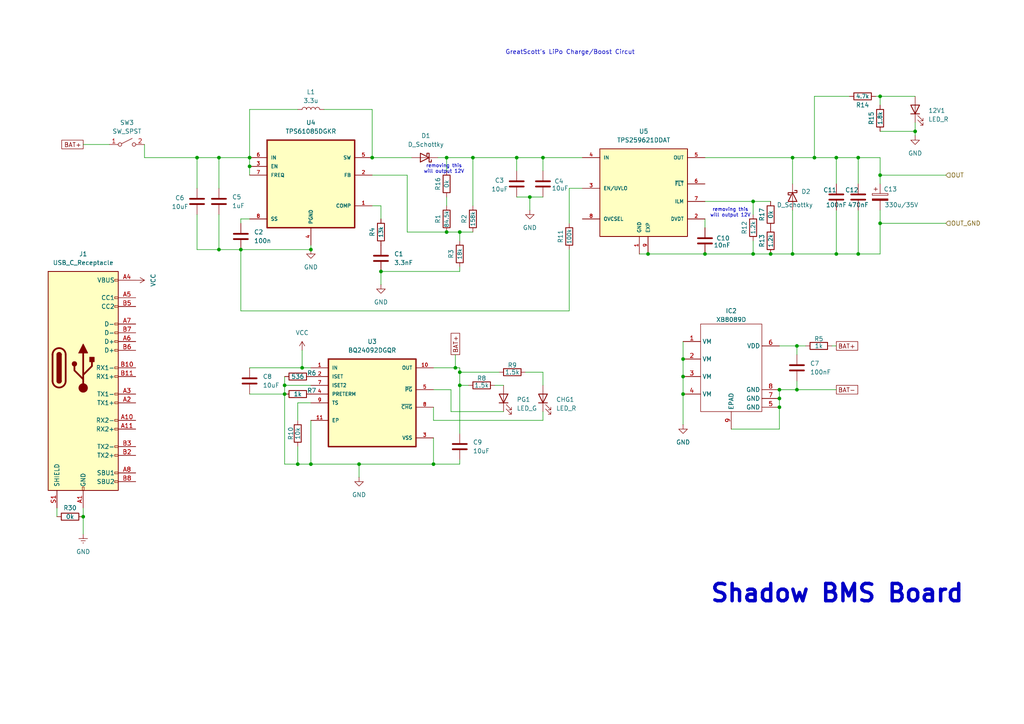
<source format=kicad_sch>
(kicad_sch (version 20231120) (generator "eeschema") (generator_version "8.0")
  (paper "A4")
  (title_block (title "Shadow") (date "2025-01-05") (rev "0.1") (company "York Mills Collegiate Institute") (comment 1 "Shenanigans are afoot :)"))
  (lib_symbols
    (symbol "BQ24092DGQR:BQ24092DGQR" (pin_names (offset 1.016))
      (property "Reference" "U3" (at 0 17.78 0))
      (property "Value" "BQ24092DGQR" (at 0 15.24 0))
      (symbol "BQ24092DGQR_0_0"
        (rectangle (start -12.7 -12.7) (end 12.7 12.7) (stroke (width 0.41)) (fill (type background)))
        (pin input line (at -17.78 10.16 0) (length 5.08) (name "IN") (number "1"))
        (pin output line (at 17.78 10.16 180) (length 5.08) (name "OUT") (number "10"))
        (pin bidirectional line (at -17.78 -5.08 0) (length 5.08) (name "EP") (number "11"))
        (pin input line (at -17.78 7.62 0) (length 5.08) (name "ISET") (number "2"))
        (pin power_in line (at 17.78 -10.16 180) (length 5.08) (name "VSS") (number "3"))
        (pin input line (at -17.78 2.54 0) (length 5.08) (name "PRETERM") (number "4"))
        (pin output line (at 17.78 3.81 180) (length 5.08) (name "~{PG}") (number "5"))
        (pin input line (at -17.78 5.08 0) (length 5.08) (name "ISET2") (number "7"))
        (pin output line (at 17.78 -1.27 180) (length 5.08) (name "~{CHG}") (number "8"))
        (pin input line (at -17.78 0 0) (length 5.08) (name "TS") (number "9"))
      )
    )
    (symbol "Connector:USB_C_Receptacle" (pin_names (offset 1.016))
      (property "Reference" "J" (at -10.16 29.21 0))
      (property "Value" "USB_C_Receptacle" (at 10.16 29.21 0))
      (symbol "USB_C_Receptacle_0_0"
        (rectangle (start -0.254 -35.56) (end 0.254 -34.544))
        (rectangle (start 10.16 -32.766) (end 9.144 -33.274))
        (rectangle (start 10.16 -30.226) (end 9.144 -30.734))
        (rectangle (start 10.16 -25.146) (end 9.144 -25.654))
        (rectangle (start 10.16 -22.606) (end 9.144 -23.114))
        (rectangle (start 10.16 -17.526) (end 9.144 -18.034))
        (rectangle (start 10.16 -14.986) (end 9.144 -15.494))
        (rectangle (start 10.16 -9.906) (end 9.144 -10.414))
        (rectangle (start 10.16 -7.366) (end 9.144 -7.874))
        (rectangle (start 10.16 -2.286) (end 9.144 -2.794))
        (rectangle (start 10.16 0.254) (end 9.144 -0.254))
        (rectangle (start 10.16 5.334) (end 9.144 4.826))
        (rectangle (start 10.16 7.874) (end 9.144 7.366))
        (rectangle (start 10.16 10.414) (end 9.144 9.906))
        (rectangle (start 10.16 12.954) (end 9.144 12.446))
        (rectangle (start 10.16 18.034) (end 9.144 17.526))
        (rectangle (start 10.16 20.574) (end 9.144 20.066))
        (rectangle (start 10.16 25.654) (end 9.144 25.146))
      )
      (symbol "USB_C_Receptacle_0_1"
        (rectangle (start -10.16 27.94) (end 10.16 -35.56) (stroke (width 0.254)) (fill (type background)))
        (arc (start -8.89 -3.81) (mid -6.985 -5.7067) (end -5.08 -3.81) (stroke (width 0.508)))
        (arc (start -7.62 -3.81) (mid -6.985 -4.4423) (end -6.35 -3.81) (stroke (width 0.254)))
        (arc (start -7.62 -3.81) (mid -6.985 -4.4423) (end -6.35 -3.81) (stroke (width 0.254)) (fill (type outline)))
        (rectangle (start -7.62 -3.81) (end -6.35 3.81) (stroke (width 0.254)) (fill (type outline)))
        (arc (start -6.35 3.81) (mid -6.985 4.4423) (end -7.62 3.81) (stroke (width 0.254)))
        (arc (start -6.35 3.81) (mid -6.985 4.4423) (end -7.62 3.81) (stroke (width 0.254)) (fill (type outline)))
        (arc (start -5.08 3.81) (mid -6.985 5.7067) (end -8.89 3.81) (stroke (width 0.508)))
        (polyline (pts (xy -8.89 -3.81) (xy -8.89 3.81)) (stroke (width 0.508)))
        (polyline (pts (xy -5.08 3.81) (xy -5.08 -3.81)) (stroke (width 0.508)))
      )
      (symbol "USB_C_Receptacle_1_1"
        (circle (center -2.54 1.143) (radius 0.635) (stroke (width 0.254)) (fill (type outline)))
        (circle (center 0 -5.842) (radius 1.27) (fill (type outline)))
        (polyline (pts (xy 0 -5.842) (xy 0 4.318)) (stroke (width 0.508)))
        (polyline (pts (xy 0 -3.302) (xy -2.54 -0.762) (xy -2.54 0.508)) (stroke (width 0.508)))
        (polyline (pts (xy 0 -2.032) (xy 2.54 0.508) (xy 2.54 1.778)) (stroke (width 0.508)))
        (polyline (pts (xy -1.27 4.318) (xy 0 6.858) (xy 1.27 4.318) (xy -1.27 4.318)) (stroke (width 0.254)) (fill (type outline)))
        (rectangle (start 1.905 1.778) (end 3.175 3.048) (stroke (width 0.254)) (fill (type outline)))
        (pin passive line (at 0 -40.64 90) (length 5.08) (name "GND") (number "A1"))
        (pin bidirectional line (at 15.24 -15.24 180) (length 5.08) (name "RX2-") (number "A10"))
        (pin bidirectional line (at 15.24 -17.78 180) (length 5.08) (name "RX2+") (number "A11"))
        (pin passive line (at 0 -40.64 90) (length 5.08) hide (name "GND") (number "A12"))
        (pin bidirectional line (at 15.24 -10.16 180) (length 5.08) (name "TX1+") (number "A2"))
        (pin bidirectional line (at 15.24 -7.62 180) (length 5.08) (name "TX1-") (number "A3"))
        (pin passive line (at 15.24 25.4 180) (length 5.08) (name "VBUS") (number "A4"))
        (pin bidirectional line (at 15.24 20.32 180) (length 5.08) (name "CC1") (number "A5"))
        (pin bidirectional line (at 15.24 7.62 180) (length 5.08) (name "D+") (number "A6"))
        (pin bidirectional line (at 15.24 12.7 180) (length 5.08) (name "D-") (number "A7"))
        (pin bidirectional line (at 15.24 -30.48 180) (length 5.08) (name "SBU1") (number "A8"))
        (pin passive line (at 15.24 25.4 180) (length 5.08) hide (name "VBUS") (number "A9"))
        (pin passive line (at 0 -40.64 90) (length 5.08) hide (name "GND") (number "B1"))
        (pin bidirectional line (at 15.24 0 180) (length 5.08) (name "RX1-") (number "B10"))
        (pin bidirectional line (at 15.24 -2.54 180) (length 5.08) (name "RX1+") (number "B11"))
        (pin passive line (at 0 -40.64 90) (length 5.08) hide (name "GND") (number "B12"))
        (pin bidirectional line (at 15.24 -25.4 180) (length 5.08) (name "TX2+") (number "B2"))
        (pin bidirectional line (at 15.24 -22.86 180) (length 5.08) (name "TX2-") (number "B3"))
        (pin passive line (at 15.24 25.4 180) (length 5.08) hide (name "VBUS") (number "B4"))
        (pin bidirectional line (at 15.24 17.78 180) (length 5.08) (name "CC2") (number "B5"))
        (pin bidirectional line (at 15.24 5.08 180) (length 5.08) (name "D+") (number "B6"))
        (pin bidirectional line (at 15.24 10.16 180) (length 5.08) (name "D-") (number "B7"))
        (pin bidirectional line (at 15.24 -33.02 180) (length 5.08) (name "SBU2") (number "B8"))
        (pin passive line (at 15.24 25.4 180) (length 5.08) hide (name "VBUS") (number "B9"))
        (pin passive line (at -7.62 -40.64 90) (length 5.08) (name "SHIELD") (number "S1"))
      )
    )
    (symbol "Device:C" (pin_numbers hide) (pin_names (offset 0.254))
      (property "Reference" "C" (at 0.635 2.54 0))
      (property "Value" "C" (at 0.635 -2.54 0))
      (symbol "C_0_1"
        (polyline (pts (xy -2.032 -0.762) (xy 2.032 -0.762)) (stroke (width 0.508)))
        (polyline (pts (xy -2.032 0.762) (xy 2.032 0.762)) (stroke (width 0.508)))
      )
      (symbol "C_1_1"
        (pin passive line (at 0 3.81 270) (length 2.794) (name "~") (number "1"))
        (pin passive line (at 0 -3.81 90) (length 2.794) (name "~") (number "2"))
      )
    )
    (symbol "Device:C_Polarized" (pin_numbers hide) (pin_names (offset 0.254))
      (property "Reference" "C" (at 0.635 2.54 0))
      (property "Value" "C_Polarized" (at 0.635 -2.54 0))
      (symbol "C_Polarized_0_1"
        (rectangle (start -2.286 0.508) (end 2.286 1.016))
        (polyline (pts (xy -1.778 2.286) (xy -0.762 2.286)))
        (polyline (pts (xy -1.27 2.794) (xy -1.27 1.778)))
        (rectangle (start 2.286 -0.508) (end -2.286 -1.016) (fill (type outline)))
      )
      (symbol "C_Polarized_1_1"
        (pin passive line (at 0 3.81 270) (length 2.794) (name "~") (number "1"))
        (pin passive line (at 0 -3.81 90) (length 2.794) (name "~") (number "2"))
      )
    )
    (symbol "Device:D_Schottky" (pin_numbers hide) (pin_names (offset 1.016) hide)
      (property "Reference" "D" (at 0 2.54 0))
      (property "Value" "D_Schottky" (at 0 -2.54 0))
      (symbol "D_Schottky_0_1"
        (polyline (pts (xy 1.27 0) (xy -1.27 0)))
        (polyline (pts (xy 1.27 1.27) (xy 1.27 -1.27) (xy -1.27 0) (xy 1.27 1.27)) (stroke (width 0.254)))
        (polyline (pts (xy -1.905 0.635) (xy -1.905 1.27) (xy -1.27 1.27) (xy -1.27 -1.27) (xy -0.635 -1.27) (xy -0.635 -0.635)) (stroke (width 0.254)))
      )
      (symbol "D_Schottky_1_1"
        (pin passive line (at -3.81 0 0) (length 2.54) (name "K") (number "1"))
        (pin passive line (at 3.81 0 180) (length 2.54) (name "A") (number "2"))
      )
    )
    (symbol "Device:L" (pin_numbers hide) (pin_names (offset 1.016) hide)
      (property "Reference" "L" (at -1.27 0 90))
      (property "Value" "L" (at 1.905 0 90))
      (symbol "L_0_1"
        (arc (start 0 -2.54) (mid 0.6323 -1.905) (end 0 -1.27))
        (arc (start 0 -1.27) (mid 0.6323 -0.635) (end 0 0))
        (arc (start 0 0) (mid 0.6323 0.635) (end 0 1.27))
        (arc (start 0 1.27) (mid 0.6323 1.905) (end 0 2.54))
      )
      (symbol "L_1_1"
        (pin passive line (at 0 3.81 270) (length 1.27) (name "1") (number "1"))
        (pin passive line (at 0 -3.81 90) (length 1.27) (name "2") (number "2"))
      )
    )
    (symbol "Device:LED" (pin_numbers hide) (pin_names (offset 1.016) hide)
      (property "Reference" "D" (at 0 2.54 0))
      (property "Value" "LED" (at 0 -2.54 0))
      (symbol "LED_0_1"
        (polyline (pts (xy -1.27 -1.27) (xy -1.27 1.27)) (stroke (width 0.254)))
        (polyline (pts (xy -1.27 0) (xy 1.27 0)))
        (polyline (pts (xy 1.27 -1.27) (xy 1.27 1.27) (xy -1.27 0) (xy 1.27 -1.27)) (stroke (width 0.254)))
        (polyline (pts (xy -3.048 -0.762) (xy -4.572 -2.286) (xy -3.81 -2.286) (xy -4.572 -2.286) (xy -4.572 -1.524)))
        (polyline (pts (xy -1.778 -0.762) (xy -3.302 -2.286) (xy -2.54 -2.286) (xy -3.302 -2.286) (xy -3.302 -1.524)))
      )
      (symbol "LED_1_1"
        (pin passive line (at -3.81 0 0) (length 2.54) (name "K") (number "1"))
        (pin passive line (at 3.81 0 180) (length 2.54) (name "A") (number "2"))
      )
    )
    (symbol "Device:R" (pin_numbers hide) (pin_names (offset 0))
      (property "Reference" "R" (at 2.032 0 90))
      (property "Value" "R" (at 0 0 90))
      (symbol "R_0_1"
        (rectangle (start -1.016 -2.54) (end 1.016 2.54) (stroke (width 0.254)))
      )
      (symbol "R_1_1"
        (pin passive line (at 0 3.81 270) (length 1.27) (name "~") (number "1"))
        (pin passive line (at 0 -3.81 90) (length 1.27) (name "~") (number "2"))
      )
    )
    (symbol "ProLib_pcs_2025-01-25:XB8089D"
      (property "Reference" "IC2" (at 0 16.51 0))
      (property "Value" "XB8089D" (at 0 13.97 0))
      (symbol "XB8089D_1_0"
        (rectangle (start -8.89 -12.7) (end 8.89 12.7))
        (pin unspecified line (at -13.97 7.62 0) (length 5.08) (name "VM") (number "1"))
        (pin unspecified line (at -13.97 2.54 0) (length 5.08) (name "VM") (number "2"))
        (pin unspecified line (at -13.97 -2.54 0) (length 5.08) (name "VM") (number "3"))
        (pin unspecified line (at -13.97 -7.62 0) (length 5.08) (name "VM") (number "4"))
        (pin unspecified line (at 13.97 -11.43 180) (length 5.08) (name "GND") (number "5"))
        (pin unspecified line (at 13.97 6.35 180) (length 5.08) (name "VDD") (number "6"))
        (pin unspecified line (at 13.97 -8.89 180) (length 5.08) (name "GND") (number "7"))
        (pin unspecified line (at 13.97 -6.35 180) (length 5.08) (name "GND") (number "8"))
        (pin unspecified line (at 0 -17.78 90) (length 5.08) (name "EPAD") (number "9"))
      )
    )
    (symbol "Switch:SW_SPST" (pin_names (offset 0) hide)
      (property "Reference" "SW" (at 0 3.175 0))
      (property "Value" "SW_SPST" (at 0 -2.54 0))
      (symbol "SW_SPST_0_0"
        (circle (center -2.032 0) (radius 0.508))
        (polyline (pts (xy -1.524 0.254) (xy 1.524 1.778)))
        (circle (center 2.032 0) (radius 0.508))
      )
      (symbol "SW_SPST_1_1"
        (pin passive line (at -5.08 0 0) (length 2.54) (name "A") (number "1"))
        (pin passive line (at 5.08 0 180) (length 2.54) (name "B") (number "2"))
      )
    )
    (symbol "TPS259621DDAT:TPS259621DDAT" (pin_names (offset 1.016))
      (property "Reference" "U5" (at 0 17.78 0))
      (property "Value" "TPS259621DDAT" (at 0 15.24 0))
      (symbol "TPS259621DDAT_0_0"
        (rectangle (start -12.7 -12.7) (end 12.7 12.7) (stroke (width 0.254)) (fill (type background)))
        (pin power_in line (at -1.27 -17.78 90) (length 5.08) (name "GND") (number "1"))
        (pin output line (at 17.78 -7.62 180) (length 5.08) (name "DVDT") (number "2"))
        (pin input line (at -17.78 1.27 0) (length 5.08) (name "EN/UVLO") (number "3"))
        (pin input line (at -17.78 10.16 0) (length 5.08) (name "IN") (number "4"))
        (pin output line (at 17.78 10.16 180) (length 5.08) (name "OUT") (number "5"))
        (pin output line (at 17.78 2.54 180) (length 5.08) (name "~{FLT}") (number "6"))
        (pin output line (at 17.78 -2.54 180) (length 5.08) (name "ILM") (number "7"))
        (pin input line (at -17.78 -7.62 0) (length 5.08) (name "OVCSEL") (number "8"))
        (pin power_in line (at 1.27 -17.78 90) (length 5.08) (name "EXP") (number "9"))
      )
    )
    (symbol "TPS61085DGKR:TPS61085DGKR" (pin_names (offset 1.016))
      (property "Reference" "U4" (at 0 17.78 0))
      (property "Value" "TPS61085DGKR" (at 0 15.24 0))
      (symbol "TPS61085DGKR_0_0"
        (rectangle (start -12.7 12.7) (end 12.7 -12.7) (stroke (width 0.41)) (fill (type background)))
        (pin bidirectional line (at 17.78 -6.35 180) (length 5.08) (name "COMP") (number "1"))
        (pin input line (at 17.78 2.54 180) (length 5.08) (name "FB") (number "2"))
        (pin input line (at -17.78 5.08 0) (length 5.08) (name "EN") (number "3"))
        (pin power_in line (at 0 -17.78 90) (length 5.08) (name "PGND") (number "4"))
        (pin input line (at 17.78 7.62 180) (length 5.08) (name "SW") (number "5"))
        (pin input line (at -17.78 7.62 0) (length 5.08) (name "IN") (number "6"))
        (pin input line (at -17.78 2.54 0) (length 5.08) (name "FREQ") (number "7"))
        (pin output line (at -17.78 -10.16 0) (length 5.08) (name "SS") (number "8"))
      )
    )
    (symbol "power:Earth" (power) (pin_numbers hide) (pin_names (offset 0) hide)
      (property "Value" "Earth" (at 0 -3.81 0))
      (symbol "Earth_0_1"
        (polyline (pts (xy -0.635 -1.905) (xy 0.635 -1.905)))
        (polyline (pts (xy -0.127 -2.54) (xy 0.127 -2.54)))
        (polyline (pts (xy 0 -1.27) (xy 0 0)))
        (polyline (pts (xy 1.27 -1.27) (xy -1.27 -1.27)))
      )
      (symbol "Earth_1_1"
        (pin power_in line (at 0 0 270) (length 0) (name "~") (number "1"))
      )
    )
    (symbol "power:GND" (power) (pin_numbers hide) (pin_names (offset 0) hide)
      (property "Value" "GND" (at 0 -3.81 0))
      (symbol "GND_0_1"
        (polyline (pts (xy 0 0) (xy 0 -1.27) (xy 1.27 -1.27) (xy 0 -2.54) (xy -1.27 -1.27) (xy 0 -1.27)))
      )
      (symbol "GND_1_1"
        (pin power_in line (at 0 0 270) (length 0) (name "~") (number "1"))
      )
    )
    (symbol "power:VCC" (power) (pin_numbers hide) (pin_names (offset 0) hide)
      (property "Value" "VCC" (at 0 3.556 0))
      (symbol "VCC_0_1"
        (polyline (pts (xy -0.762 1.27) (xy 0 2.54)))
        (polyline (pts (xy 0 0) (xy 0 2.54)))
        (polyline (pts (xy 0 2.54) (xy 0.762 1.27)))
      )
      (symbol "VCC_1_1"
        (pin power_in line (at 0 0 90) (length 0) (name "~") (number "1"))
      )
    )
  )
  (junction (at 231.14 113.03))
  (junction (at 157.48 45.72))
  (junction (at 187.96 73.66))
  (junction (at 198.12 109.22))
  (junction (at 132.08 106.68))
  (junction (at 229.87 73.66))
  (junction (at 218.44 73.66))
  (junction (at 149.86 45.72))
  (junction (at 90.17 134.62))
  (junction (at 72.39 48.26))
  (junction (at 133.35 111.76))
  (junction (at 87.63 106.68))
  (junction (at 82.55 114.3))
  (junction (at 229.87 45.72))
  (junction (at 226.06 113.03))
  (junction (at 63.5 72.39))
  (junction (at 198.12 104.14))
  (junction (at 137.16 45.72))
  (junction (at 86.36 134.62))
  (junction (at 133.35 67.31))
  (junction (at 110.49 78.74))
  (junction (at 69.85 72.39))
  (junction (at 226.06 115.57))
  (junction (at 236.22 45.72))
  (junction (at 153.67 57.15))
  (junction (at 107.95 45.72))
  (junction (at 255.27 50.8))
  (junction (at 63.5 45.72))
  (junction (at 129.54 45.72))
  (junction (at 265.43 38.1))
  (junction (at 218.44 58.42))
  (junction (at 248.92 45.72))
  (junction (at 255.27 27.94))
  (junction (at 242.57 45.72))
  (junction (at 82.55 111.76))
  (junction (at 24.13 149.86))
  (junction (at 248.92 73.66))
  (junction (at 223.52 73.66))
  (junction (at 72.39 45.72))
  (junction (at 242.57 73.66))
  (junction (at 57.15 45.72))
  (junction (at 231.14 100.33))
  (junction (at 204.47 73.66))
  (junction (at 104.14 134.62))
  (junction (at 133.35 107.95))
  (junction (at 226.06 118.11))
  (junction (at 129.54 67.31))
  (junction (at 90.17 72.39))
  (junction (at 125.73 134.62))
  (junction (at 255.27 64.77))
  (junction (at 198.12 114.3))
  (wire (pts (xy 63.5 62.23) (xy 63.5 72.39)))
  (wire (pts (xy 255.27 50.8) (xy 255.27 53.34)))
  (wire (pts (xy 248.92 53.34) (xy 248.92 45.72)))
  (wire (pts (xy 204.47 58.42) (xy 218.44 58.42)))
  (wire (pts (xy 127 45.72) (xy 129.54 45.72)))
  (wire (pts (xy 153.67 57.15) (xy 153.67 60.96)))
  (wire (pts (xy 265.43 39.37) (xy 265.43 38.1)))
  (wire (pts (xy 229.87 53.34) (xy 229.87 45.72)))
  (wire (pts (xy 69.85 63.5) (xy 69.85 64.77)))
  (wire (pts (xy 87.63 106.68) (xy 90.17 106.68)))
  (wire (pts (xy 133.35 133.35) (xy 133.35 134.62)))
  (wire (pts (xy 107.95 50.8) (xy 118.11 50.8)))
  (wire (pts (xy 165.1 54.61) (xy 165.1 64.77)))
  (wire (pts (xy 231.14 100.33) (xy 233.68 100.33)))
  (wire (pts (xy 107.95 59.69) (xy 110.49 59.69)))
  (wire (pts (xy 231.14 110.49) (xy 231.14 113.03)))
  (wire (pts (xy 129.54 67.31) (xy 133.35 67.31)))
  (wire (pts (xy 104.14 138.43) (xy 104.14 134.62)))
  (wire (pts (xy 198.12 104.14) (xy 198.12 109.22)))
  (wire (pts (xy 129.54 45.72) (xy 129.54 49.53)))
  (wire (pts (xy 125.73 106.68) (xy 132.08 106.68)))
  (wire (pts (xy 125.73 127) (xy 125.73 134.62)))
  (wire (pts (xy 168.91 45.72) (xy 157.48 45.72)))
  (wire (pts (xy 242.57 53.34) (xy 242.57 45.72)))
  (wire (pts (xy 72.39 31.75) (xy 72.39 45.72)))
  (wire (pts (xy 187.96 73.66) (xy 204.47 73.66)))
  (wire (pts (xy 86.36 116.84) (xy 86.36 121.92)))
  (wire (pts (xy 16.51 147.32) (xy 16.51 149.86)))
  (wire (pts (xy 82.55 114.3) (xy 72.39 114.3)))
  (wire (pts (xy 69.85 72.39) (xy 90.17 72.39)))
  (wire (pts (xy 149.86 57.15) (xy 153.67 57.15)))
  (wire (pts (xy 165.1 72.39) (xy 165.1 90.17)))
  (wire (pts (xy 24.13 149.86) (xy 24.13 154.94)))
  (wire (pts (xy 157.48 45.72) (xy 149.86 45.72)))
  (wire (pts (xy 133.35 107.95) (xy 133.35 111.76)))
  (wire (pts (xy 41.91 41.91) (xy 41.91 45.72)))
  (wire (pts (xy 137.16 45.72) (xy 129.54 45.72)))
  (wire (pts (xy 133.35 78.74) (xy 133.35 77.47)))
  (wire (pts (xy 229.87 45.72) (xy 204.47 45.72)))
  (wire (pts (xy 254 27.94) (xy 255.27 27.94)))
  (wire (pts (xy 133.35 107.95) (xy 133.35 106.68)))
  (wire (pts (xy 41.91 45.72) (xy 57.15 45.72)))
  (wire (pts (xy 57.15 62.23) (xy 57.15 72.39)))
  (wire (pts (xy 236.22 45.72) (xy 229.87 45.72)))
  (wire (pts (xy 255.27 38.1) (xy 265.43 38.1)))
  (wire (pts (xy 82.55 111.76) (xy 82.55 114.3)))
  (wire (pts (xy 63.5 45.72) (xy 63.5 54.61)))
  (wire (pts (xy 265.43 35.56) (xy 265.43 38.1)))
  (wire (pts (xy 255.27 64.77) (xy 255.27 73.66)))
  (wire (pts (xy 133.35 67.31) (xy 137.16 67.31)))
  (wire (pts (xy 226.06 115.57) (xy 226.06 118.11)))
  (wire (pts (xy 72.39 48.26) (xy 72.39 50.8)))
  (wire (pts (xy 130.81 119.38) (xy 130.81 113.03)))
  (wire (pts (xy 149.86 45.72) (xy 137.16 45.72)))
  (wire (pts (xy 135.89 111.76) (xy 133.35 111.76)))
  (wire (pts (xy 72.39 45.72) (xy 72.39 48.26)))
  (wire (pts (xy 246.38 27.94) (xy 236.22 27.94)))
  (wire (pts (xy 255.27 45.72) (xy 255.27 50.8)))
  (wire (pts (xy 218.44 62.23) (xy 218.44 58.42)))
  (wire (pts (xy 204.47 73.66) (xy 218.44 73.66)))
  (wire (pts (xy 198.12 123.19) (xy 198.12 114.3)))
  (wire (pts (xy 248.92 60.96) (xy 248.92 73.66)))
  (wire (pts (xy 107.95 45.72) (xy 119.38 45.72)))
  (wire (pts (xy 198.12 109.22) (xy 198.12 114.3)))
  (wire (pts (xy 226.06 124.46) (xy 226.06 118.11)))
  (wire (pts (xy 57.15 45.72) (xy 57.15 54.61)))
  (wire (pts (xy 229.87 60.96) (xy 229.87 73.66)))
  (wire (pts (xy 69.85 90.17) (xy 69.85 72.39)))
  (wire (pts (xy 118.11 50.8) (xy 118.11 67.31)))
  (wire (pts (xy 218.44 73.66) (xy 223.52 73.66)))
  (wire (pts (xy 133.35 106.68) (xy 132.08 106.68)))
  (wire (pts (xy 90.17 116.84) (xy 86.36 116.84)))
  (wire (pts (xy 86.36 31.75) (xy 72.39 31.75)))
  (wire (pts (xy 152.4 107.95) (xy 157.48 107.95)))
  (wire (pts (xy 157.48 107.95) (xy 157.48 111.76)))
  (wire (pts (xy 144.78 107.95) (xy 133.35 107.95)))
  (wire (pts (xy 274.32 50.8) (xy 255.27 50.8)))
  (wire (pts (xy 90.17 121.92) (xy 90.17 134.62)))
  (wire (pts (xy 82.55 109.22) (xy 82.55 111.76)))
  (wire (pts (xy 242.57 45.72) (xy 236.22 45.72)))
  (wire (pts (xy 168.91 54.61) (xy 165.1 54.61)))
  (wire (pts (xy 24.13 147.32) (xy 24.13 149.86)))
  (wire (pts (xy 132.08 106.68) (xy 132.08 102.87)))
  (wire (pts (xy 125.73 121.92) (xy 125.73 118.11)))
  (wire (pts (xy 137.16 45.72) (xy 137.16 59.69)))
  (wire (pts (xy 90.17 134.62) (xy 86.36 134.62)))
  (wire (pts (xy 118.11 67.31) (xy 129.54 67.31)))
  (wire (pts (xy 143.51 111.76) (xy 146.05 111.76)))
  (wire (pts (xy 242.57 73.66) (xy 248.92 73.66)))
  (wire (pts (xy 229.87 73.66) (xy 223.52 73.66)))
  (wire (pts (xy 86.36 134.62) (xy 82.55 134.62)))
  (wire (pts (xy 248.92 73.66) (xy 255.27 73.66)))
  (wire (pts (xy 242.57 113.03) (xy 231.14 113.03)))
  (wire (pts (xy 212.09 124.46) (xy 226.06 124.46)))
  (wire (pts (xy 231.14 113.03) (xy 226.06 113.03)))
  (wire (pts (xy 133.35 67.31) (xy 133.35 69.85)))
  (wire (pts (xy 57.15 45.72) (xy 63.5 45.72)))
  (wire (pts (xy 90.17 72.39) (xy 90.17 71.12)))
  (wire (pts (xy 93.98 31.75) (xy 107.95 31.75)))
  (wire (pts (xy 153.67 57.15) (xy 157.48 57.15)))
  (wire (pts (xy 157.48 121.92) (xy 157.48 119.38)))
  (wire (pts (xy 82.55 134.62) (xy 82.55 114.3)))
  (wire (pts (xy 110.49 59.69) (xy 110.49 63.5)))
  (wire (pts (xy 157.48 45.72) (xy 157.48 49.53)))
  (wire (pts (xy 57.15 72.39) (xy 63.5 72.39)))
  (wire (pts (xy 231.14 100.33) (xy 231.14 102.87)))
  (wire (pts (xy 104.14 134.62) (xy 90.17 134.62)))
  (wire (pts (xy 157.48 121.92) (xy 125.73 121.92)))
  (wire (pts (xy 218.44 58.42) (xy 223.52 58.42)))
  (wire (pts (xy 204.47 63.5) (xy 204.47 66.04)))
  (wire (pts (xy 274.32 64.77) (xy 255.27 64.77)))
  (wire (pts (xy 255.27 45.72) (xy 248.92 45.72)))
  (wire (pts (xy 86.36 129.54) (xy 86.36 134.62)))
  (wire (pts (xy 146.05 119.38) (xy 130.81 119.38)))
  (wire (pts (xy 130.81 113.03) (xy 125.73 113.03)))
  (wire (pts (xy 255.27 27.94) (xy 265.43 27.94)))
  (wire (pts (xy 110.49 78.74) (xy 133.35 78.74)))
  (wire (pts (xy 218.44 69.85) (xy 218.44 73.66)))
  (wire (pts (xy 241.3 100.33) (xy 242.57 100.33)))
  (wire (pts (xy 24.13 41.91) (xy 31.75 41.91)))
  (wire (pts (xy 87.63 101.6) (xy 87.63 106.68)))
  (wire (pts (xy 149.86 45.72) (xy 149.86 49.53)))
  (wire (pts (xy 63.5 45.72) (xy 72.39 45.72)))
  (wire (pts (xy 110.49 78.74) (xy 110.49 82.55)))
  (wire (pts (xy 104.14 134.62) (xy 125.73 134.62)))
  (wire (pts (xy 229.87 73.66) (xy 242.57 73.66)))
  (wire (pts (xy 185.42 73.66) (xy 187.96 73.66)))
  (wire (pts (xy 125.73 134.62) (xy 133.35 134.62)))
  (wire (pts (xy 255.27 27.94) (xy 255.27 30.48)))
  (wire (pts (xy 226.06 113.03) (xy 226.06 115.57)))
  (wire (pts (xy 255.27 60.96) (xy 255.27 64.77)))
  (wire (pts (xy 72.39 106.68) (xy 87.63 106.68)))
  (wire (pts (xy 198.12 99.06) (xy 198.12 104.14)))
  (wire (pts (xy 226.06 100.33) (xy 231.14 100.33)))
  (wire (pts (xy 129.54 57.15) (xy 129.54 59.69)))
  (wire (pts (xy 242.57 60.96) (xy 242.57 73.66)))
  (wire (pts (xy 90.17 111.76) (xy 82.55 111.76)))
  (wire (pts (xy 165.1 90.17) (xy 69.85 90.17)))
  (wire (pts (xy 133.35 111.76) (xy 133.35 125.73)))
  (wire (pts (xy 248.92 45.72) (xy 242.57 45.72)))
  (wire (pts (xy 107.95 31.75) (xy 107.95 45.72)))
  (wire (pts (xy 63.5 72.39) (xy 69.85 72.39)))
  (wire (pts (xy 72.39 63.5) (xy 69.85 63.5)))
  (wire (pts (xy 236.22 27.94) (xy 236.22 45.72)))
  (text "GreatScott's LiPo Charge/Boost Circut\n" (at 165.354 15.24 0) (effects (font (size 1.27 1.27))))
  (text "Shadow BMS Board" (at 242.824 172.212 0) (effects (font (size 5 5) (thickness 1) (bold yes))))
  (text "removing this\nwill output 12V\n" (at 211.836 61.722 0) (effects (font (size 1 1))))
  (text "removing this\nwill output 12V\n" (at 128.778 49.022 0) (effects (font (size 1 1))))
  (global_label "BAT+" (shape passive) (at 242.57 100.33 0) (property "Intersheetrefs" "${INTERSHEET_REFS}" (effects (hide yes))))
  (global_label "BAT-" (shape passive) (at 242.57 113.03 0) (property "Intersheetrefs" "${INTERSHEET_REFS}" (effects (hide yes))))
  (global_label "BAT+" (shape passive) (at 24.13 41.91 180) (property "Intersheetrefs" "${INTERSHEET_REFS}" (effects (hide yes))))
  (global_label "BAT+" (shape passive) (at 132.08 102.87 90) (property "Intersheetrefs" "${INTERSHEET_REFS}" (effects (hide yes))))
  (hierarchical_label "OUT" (shape input) (at 274.32 50.8 0))
  (hierarchical_label "OUT_GND" (shape input) (at 274.32 64.77 0))
  (symbol (lib_id "Device:C") (at 248.92 57.15 0) (unit 1)
    (property "Reference" "C12" (at 245.11 55.118 0) (effects (justify left)))
    (property "Value" "470nF" (at 245.872 59.436 0) (effects (justify left)))
    (property "Footprint" "Capacitor_SMD:C_1206_3216Metric" (effects (hide yes)))
    (property "Description" "Unpolarized capacitor" (effects (hide yes)))
  )
  (symbol (lib_id "Device:C") (at 231.14 106.68 0) (unit 1)
    (property "Reference" "C7" (at 234.95 105.4099 0) (effects (justify left)))
    (property "Value" "100nF" (at 234.95 107.9499 0) (effects (justify left)))
    (property "Footprint" "Capacitor_SMD:C_1206_3216Metric" (effects (hide yes)))
    (property "Description" "Unpolarized capacitor" (effects (hide yes)))
  )
  (symbol (lib_id "Device:R") (at 223.52 69.85 180) (unit 1)
    (property "Reference" "R13" (at 220.98 69.85 90))
    (property "Value" "1.2k" (at 223.52 69.85 90) (effects (font (size 1.15 1.15))))
    (property "Footprint" "Resistor_SMD:R_0201_0603Metric" (effects (hide yes)))
    (property "Description" "Resistor" (effects (hide yes)))
  )
  (symbol (lib_id "Device:LED") (at 265.43 31.75 90) (unit 1)
    (property "Reference" "12V1" (at 269.24 32.0674 90) (effects (justify right)))
    (property "Value" "LED_R" (at 269.24 34.6074 90) (effects (justify right)))
    (property "Footprint" "LED_SMD:LED_1206_3216Metric" (effects (hide yes)))
    (property "Description" "Light emitting diode" (effects (hide yes)))
  )
  (symbol (lib_id "Device:R") (at 148.59 107.95 270) (unit 1)
    (property "Reference" "R9" (at 148.59 105.918 90))
    (property "Value" "1.5k" (at 148.59 107.95 90))
    (property "Footprint" "Resistor_SMD:R_1206_3216Metric" (effects (hide yes)))
    (property "Description" "Resistor" (effects (hide yes)))
  )
  (symbol (lib_id "Device:R") (at 250.19 27.94 270) (unit 1)
    (property "Reference" "R14" (at 250.19 30.48 90))
    (property "Value" "4.7k" (at 250.19 27.94 90) (effects (font (size 1.15 1.15))))
    (property "Footprint" "Resistor_SMD:R_0201_0603Metric" (effects (hide yes)))
    (property "Description" "Resistor" (effects (hide yes)))
  )
  (symbol (lib_id "Connector:USB_C_Receptacle") (at 24.13 106.68 0) (unit 1)
    (property "Reference" "J1" (at 24.13 73.66 0))
    (property "Value" "USB_C_Receptacle" (at 24.13 76.2 0))
    (property "Footprint" "Connector_USB:USB_C_Receptacle_GCT_USB4085" (effects (hide yes)))
    (property "Datasheet" "https://www.usb.org/sites/default/files/documents/usb_type-c.zip" (effects (hide yes)))
    (property "Description" "USB Full-Featured Type-C Receptacle connector" (effects (hide yes)))
  )
  (symbol (lib_id "Device:R") (at 255.27 34.29 180) (unit 1)
    (property "Reference" "R15" (at 252.73 34.29 90))
    (property "Value" "1.8k" (at 255.27 34.29 90) (effects (font (size 1.15 1.15))))
    (property "Footprint" "Resistor_SMD:R_0201_0603Metric" (effects (hide yes)))
    (property "Description" "Resistor" (effects (hide yes)))
  )
  (symbol (lib_id "Switch:SW_SPST") (at 36.83 41.91 0) (unit 1)
    (property "Reference" "SW3" (at 36.83 35.56 0))
    (property "Value" "SW_SPST" (at 36.83 38.1 0))
    (property "Footprint" "Button_Switch_THT:SW_DIP_SPSTx01_Slide_9.78x4.72mm_W7.62mm_P2.54mm" (effects (hide yes)))
    (property "Description" "Single Pole Single Throw (SPST) switch" (effects (hide yes)))
  )
  (symbol (lib_id "power:GND") (at 110.49 82.55 0) (unit 1)
    (property "Reference" "#PWR010" (effects (hide yes)))
    (property "Value" "GND" (at 110.49 87.63 0))
    (property "Description" "Power symbol creates a global label with name \"GND\" , ground" (effects (hide yes)))
  )
  (symbol (lib_id "Device:LED") (at 157.48 115.57 90) (unit 1)
    (property "Reference" "CHG1" (at 161.29 115.8874 90) (effects (justify right)))
    (property "Value" "LED_R" (at 161.29 118.4274 90) (effects (justify right)))
    (property "Footprint" "LED_SMD:LED_1206_3216Metric" (effects (hide yes)))
    (property "Description" "Light emitting diode" (effects (hide yes)))
  )
  (symbol (lib_id "Device:R") (at 223.52 62.23 180) (unit 1)
    (property "Reference" "R17" (at 220.98 62.23 90))
    (property "Value" "0k" (at 223.52 62.23 90))
    (property "Footprint" "Resistor_SMD:R_0201_0603Metric" (effects (hide yes)))
    (property "Description" "Resistor" (effects (hide yes)))
  )
  (symbol (lib_id "Device:C") (at 242.57 57.15 0) (unit 1)
    (property "Reference" "C11" (at 238.76 55.118 0) (effects (justify left)))
    (property "Value" "100nF" (at 239.522 59.436 0) (effects (justify left)))
    (property "Footprint" "Capacitor_SMD:C_1206_3216Metric" (effects (hide yes)))
    (property "Description" "Unpolarized capacitor" (effects (hide yes)))
  )
  (symbol (lib_id "power:Earth") (at 24.13 154.94 0) (unit 1)
    (property "Reference" "#PWR05" (effects (hide yes)))
    (property "Value" "GND" (at 24.13 160.02 0))
    (property "Description" "Power symbol creates a global label with name \"Earth\"" (effects (hide yes)))
  )
  (symbol (lib_id "power:VCC") (at 87.63 101.6 0) (unit 1)
    (property "Reference" "#PWR07" (effects (hide yes)))
    (property "Value" "VCC" (at 87.63 96.52 0))
    (property "Description" "Power symbol creates a global label with name \"VCC\"" (effects (hide yes)))
  )
  (symbol (lib_id "Device:D_Schottky") (at 123.19 45.72 180) (unit 1)
    (property "Reference" "D1" (at 123.5075 39.37 0))
    (property "Value" "D_Schottky" (at 123.5075 41.91 0))
    (property "Footprint" "Diode_SMD:D_1206_3216Metric" (effects (hide yes)))
    (property "Description" "Schottky diode" (effects (hide yes)))
  )
  (symbol (lib_id "power:GND") (at 90.17 72.39 0) (unit 1)
    (property "Reference" "#PWR09" (effects (hide yes)))
    (property "Value" "GND" (at 90.17 77.47 0))
    (property "Description" "Power symbol creates a global label with name \"GND\" , ground" (effects (hide yes)))
  )
  (symbol (lib_id "Device:L") (at 90.17 31.75 90) (unit 1)
    (property "Reference" "L1" (at 90.17 26.67 90))
    (property "Value" "3.3u" (at 90.17 29.21 90))
    (property "Footprint" "Inductor_SMD:L_7.3x7.3_H4.5" (effects (hide yes)))
    (property "Description" "Inductor" (effects (hide yes)))
  )
  (symbol (lib_id "Device:R") (at 86.36 114.3 270) (unit 1)
    (property "Reference" "R7" (at 90.424 113.284 90))
    (property "Value" "1k" (at 86.36 114.3 90))
    (property "Footprint" "Resistor_SMD:R_1206_3216Metric" (effects (hide yes)))
    (property "Description" "Resistor" (effects (hide yes)))
  )
  (symbol (lib_id "Device:C") (at 157.48 53.34 0) (unit 1)
    (property "Reference" "C4" (at 160.782 52.578 0) (effects (justify left)))
    (property "Value" "10uF" (at 160.02 54.61 0) (effects (justify left)))
    (property "Footprint" "Capacitor_SMD:C_1206_3216Metric" (effects (hide yes)))
    (property "Description" "Unpolarized capacitor" (effects (hide yes)))
  )
  (symbol (lib_id "Device:R") (at 133.35 73.66 180) (unit 1)
    (property "Reference" "R3" (at 130.81 73.66 90))
    (property "Value" "18k" (at 133.35 73.66 90) (effects (font (size 1.15 1.15))))
    (property "Footprint" "Resistor_SMD:R_0201_0603Metric" (effects (hide yes)))
    (property "Description" "Resistor" (effects (hide yes)))
  )
  (symbol (lib_id "Device:R") (at 20.32 149.86 90) (unit 1)
    (property "Reference" "R30" (at 20.32 147.32 90))
    (property "Value" "0k" (at 20.32 149.86 90))
    (property "Footprint" "Resistor_SMD:R_0201_0603Metric" (effects (hide yes)))
    (property "Description" "Resistor" (effects (hide yes)))
  )
  (symbol (lib_id "Device:C") (at 69.85 68.58 0) (unit 1)
    (property "Reference" "C2" (at 73.66 67.3099 0) (effects (justify left)))
    (property "Value" "100n" (at 73.66 69.8499 0) (effects (justify left)))
    (property "Footprint" "Capacitor_SMD:C_1206_3216Metric" (effects (hide yes)))
    (property "Description" "Unpolarized capacitor" (effects (hide yes)))
  )
  (symbol (lib_id "Device:C") (at 63.5 58.42 0) (unit 1)
    (property "Reference" "C5" (at 67.31 57.1499 0) (effects (justify left)))
    (property "Value" "1uF" (at 67.31 59.6899 0) (effects (justify left)))
    (property "Footprint" "Capacitor_SMD:C_1206_3216Metric" (effects (hide yes)))
    (property "Description" "Unpolarized capacitor" (effects (hide yes)))
  )
  (symbol (lib_id "Device:C") (at 72.39 110.49 0) (unit 1)
    (property "Reference" "C8" (at 76.2 109.2199 0) (effects (justify left)))
    (property "Value" "10uF" (at 76.2 111.7599 0) (effects (justify left)))
    (property "Footprint" "Capacitor_SMD:C_1206_3216Metric" (effects (hide yes)))
    (property "Description" "Unpolarized capacitor" (effects (hide yes)))
  )
  (symbol (lib_id "Device:R") (at 137.16 63.5 180) (unit 1)
    (property "Reference" "R2" (at 134.62 63.5 90))
    (property "Value" "158k" (at 137.16 63.5 90) (effects (font (size 1.15 1.15))))
    (property "Footprint" "Resistor_SMD:R_0201_0603Metric" (effects (hide yes)))
    (property "Description" "Resistor" (effects (hide yes)))
  )
  (symbol (lib_id "Device:LED") (at 146.05 115.57 90) (unit 1)
    (property "Reference" "PG1" (at 149.86 115.8874 90) (effects (justify right)))
    (property "Value" "LED_G" (at 149.86 118.4274 90) (effects (justify right)))
    (property "Footprint" "LED_SMD:LED_1206_3216Metric" (effects (hide yes)))
    (property "Description" "Light emitting diode" (effects (hide yes)))
  )
  (symbol (lib_id "Device:D_Schottky") (at 229.87 57.15 270) (unit 1)
    (property "Reference" "D2" (at 232.41 55.5624 90) (effects (justify left)))
    (property "Value" "D_Schottky" (at 225.298 59.436 90) (effects (justify left)))
    (property "Footprint" "Diode_SMD:D_1206_3216Metric" (effects (hide yes)))
    (property "Description" "Schottky diode" (effects (hide yes)))
  )
  (symbol (lib_id "Device:R") (at 237.49 100.33 90) (unit 1)
    (property "Reference" "R5" (at 237.49 98.298 90))
    (property "Value" "1k" (at 237.49 100.33 90))
    (property "Footprint" "Resistor_SMD:R_1206_3216Metric" (effects (hide yes)))
    (property "Description" "Resistor" (effects (hide yes)))
  )
  (symbol (lib_id "Device:C") (at 204.47 69.85 0) (unit 1)
    (property "Reference" "C10" (at 207.772 69.088 0) (effects (justify left)))
    (property "Value" "10nF" (at 207.01 71.12 0) (effects (justify left)))
    (property "Footprint" "Capacitor_SMD:C_1206_3216Metric" (effects (hide yes)))
    (property "Description" "Unpolarized capacitor" (effects (hide yes)))
  )
  (symbol (lib_id "Device:R") (at 139.7 111.76 270) (unit 1)
    (property "Reference" "R8" (at 139.7 109.728 90))
    (property "Value" "1.5k" (at 139.7 111.76 90))
    (property "Footprint" "Resistor_SMD:R_1206_3216Metric" (effects (hide yes)))
    (property "Description" "Resistor" (effects (hide yes)))
  )
  (symbol (lib_id "Device:R") (at 165.1 68.58 180) (unit 1)
    (property "Reference" "R11" (at 162.56 68.58 90))
    (property "Value" "100k" (at 165.1 68.58 90) (effects (font (size 1.15 1.15))))
    (property "Footprint" "Resistor_SMD:R_0201_0603Metric" (effects (hide yes)))
    (property "Description" "Resistor" (effects (hide yes)))
  )
  (symbol (lib_id "TPS259621DDAT:TPS259621DDAT") (at 186.69 55.88 0) (unit 1)
    (property "Reference" "U5" (at 186.69 38.1 0))
    (property "Value" "TPS259621DDAT" (at 186.69 40.64 0))
    (property "Footprint" "TPS259621:IC_TPS259621DDAT" (effects (hide yes)))
    (property "MF" "Texas Instruments" (effects (hide yes)))
    (property "Description_1" "\n                        \n                            2.7-V to 19-V, 85mΩ, 0.13-2A eFuse with selectable over voltage protection clamp in leaded package\n                        \n" (effects (hide yes)))
    (property "Package" "HSOIC-8 Texas Instruments" (effects (hide yes)))
    (property "Price" "None" (effects (hide yes)))
    (property "Check_prices" "https://www.snapeda.com/parts/TPS259621DDAT/Texas+Instruments/view-part/?ref=eda" (effects (hide yes)))
    (property "STANDARD" "Manufacturer Recommendations" (effects (hide yes)))
    (property "PARTREV" "A" (effects (hide yes)))
    (property "SnapEDA_Link" "https://www.snapeda.com/parts/TPS259621DDAT/Texas+Instruments/view-part/?ref=snap" (effects (hide yes)))
    (property "MP" "TPS259621DDAT" (effects (hide yes)))
    (property "Availability" "In Stock" (effects (hide yes)))
    (property "MANUFACTURER" "Texas Instruments" (effects (hide yes)))
  )
  (symbol (lib_id "power:GND") (at 265.43 39.37 0) (unit 1)
    (property "Reference" "#PWR012" (effects (hide yes)))
    (property "Value" "GND" (at 265.43 44.45 0))
    (property "Description" "Power symbol creates a global label with name \"GND\" , ground" (effects (hide yes)))
  )
  (symbol (lib_id "Device:C") (at 110.49 74.93 0) (unit 1)
    (property "Reference" "C1" (at 114.3 73.6599 0) (effects (justify left)))
    (property "Value" "3.3nF" (at 114.3 76.1999 0) (effects (justify left)))
    (property "Footprint" "Capacitor_SMD:C_1206_3216Metric" (effects (hide yes)))
    (property "Description" "Unpolarized capacitor" (effects (hide yes)))
  )
  (symbol (lib_id "BQ24092DGQR:BQ24092DGQR") (at 107.95 116.84 0) (unit 1)
    (property "Reference" "U3" (at 107.95 99.06 0))
    (property "Value" "BQ24092DGQR" (at 107.95 101.6 0))
    (property "Footprint" "BQ24092DGQR:IC_XTR111AIDGQR" (effects (hide yes)))
    (property "MF" "Texas Instruments" (effects (hide yes)))
    (property "Description_1" "\n                        \n                            1-cell, 1-A, Li-ion battery charger with operation over JEITA and 10kΩ NTC\n                        \n" (effects (hide yes)))
    (property "Package" "HVSSOP-10 Texas Instruments" (effects (hide yes)))
    (property "Price" "None" (effects (hide yes)))
    (property "SnapEDA_Link" "https://www.snapeda.com/parts/BQ24092DGQR/Texas+Instruments/view-part/?ref=snap" (effects (hide yes)))
    (property "MP" "BQ24092DGQR" (effects (hide yes)))
    (property "Availability" "In Stock" (effects (hide yes)))
    (property "Check_prices" "https://www.snapeda.com/parts/BQ24092DGQR/Texas+Instruments/view-part/?ref=eda" (effects (hide yes)))
  )
  (symbol (lib_id "Device:C") (at 57.15 58.42 0) (unit 1)
    (property "Reference" "C6" (at 50.8 57.404 0) (effects (justify left)))
    (property "Value" "10uF" (at 49.784 59.944 0) (effects (justify left)))
    (property "Footprint" "Capacitor_SMD:C_1206_3216Metric" (effects (hide yes)))
    (property "Description" "Unpolarized capacitor" (effects (hide yes)))
  )
  (symbol (lib_id "power:GND") (at 198.12 123.19 0) (unit 1)
    (property "Reference" "#PWR04" (effects (hide yes)))
    (property "Value" "GND" (at 198.12 128.27 0))
    (property "Description" "Power symbol creates a global label with name \"GND\" , ground" (effects (hide yes)))
  )
  (symbol (lib_id "Device:C") (at 133.35 129.54 0) (unit 1)
    (property "Reference" "C9" (at 137.16 128.2699 0) (effects (justify left)))
    (property "Value" "10uF" (at 137.16 130.8099 0) (effects (justify left)))
    (property "Footprint" "Capacitor_SMD:C_1206_3216Metric" (effects (hide yes)))
    (property "Description" "Unpolarized capacitor" (effects (hide yes)))
  )
  (symbol (lib_id "power:VCC") (at 39.37 81.28 270) (unit 1)
    (property "Reference" "#PWR06" (effects (hide yes)))
    (property "Value" "VCC" (at 44.45 81.28 0))
    (property "Description" "Power symbol creates a global label with name \"VCC\"" (effects (hide yes)))
  )
  (symbol (lib_id "Device:R") (at 86.36 109.22 270) (unit 1)
    (property "Reference" "R6" (at 90.424 108.204 90))
    (property "Value" "536" (at 86.36 109.22 90))
    (property "Footprint" "Resistor_SMD:R_1206_3216Metric" (effects (hide yes)))
    (property "Description" "Resistor" (effects (hide yes)))
  )
  (symbol (lib_id "ProLib_pcs_2025-01-25:XB8089D") (at 212.09 106.68 0) (unit 1)
    (property "Reference" "IC2" (at 212.09 90.17 0))
    (property "Value" "XB8089D" (at 212.09 92.71 0))
    (property "Footprint" "XB8089D:XB8089D" (effects (hide yes)))
    (property "Datasheet" "https://atta.szlcsc.com/upload/public/pdf/source/20160810/1470822740356.pdf" (effects (hide yes)))
    (property "Manufacturer Part" "XB8089D" (effects (hide yes)))
    (property "Manufacturer" "xysemi(赛芯微)" (effects (hide yes)))
    (property "Supplier Part" "C79928" (effects (hide yes)))
    (property "Supplier" "LCSC" (effects (hide yes)))
    (property "LCSC Part Name" "XB8089D" (effects (hide yes)))
  )
  (symbol (lib_id "Device:R") (at 129.54 53.34 180) (unit 1)
    (property "Reference" "R16" (at 127 53.34 90))
    (property "Value" "0k" (at 129.54 53.34 90))
    (property "Footprint" "Resistor_SMD:R_0201_0603Metric" (effects (hide yes)))
    (property "Description" "Resistor" (effects (hide yes)))
  )
  (symbol (lib_id "Device:R") (at 110.49 67.31 180) (unit 1)
    (property "Reference" "R4" (at 107.95 67.31 90))
    (property "Value" "13k" (at 110.49 67.31 90) (effects (font (size 1.15 1.15))))
    (property "Footprint" "Resistor_SMD:R_0201_0603Metric" (effects (hide yes)))
    (property "Description" "Resistor" (effects (hide yes)))
  )
  (symbol (lib_id "Device:C_Polarized") (at 255.27 57.15 0) (unit 1)
    (property "Reference" "C13" (at 256.286 54.864 0) (effects (justify left)))
    (property "Value" "330u/35V" (at 256.54 59.436 0) (effects (justify left)))
    (property "Footprint" "Capacitor_SMD:C_1206_3216Metric" (effects (hide yes)))
    (property "Description" "Polarized capacitor" (effects (hide yes)))
  )
  (symbol (lib_id "Device:R") (at 129.54 63.5 180) (unit 1)
    (property "Reference" "R1" (at 127 63.5 90))
    (property "Value" "84.5k" (at 129.54 63.5 90) (effects (font (size 1.15 1.15))))
    (property "Footprint" "Resistor_SMD:R_0201_0603Metric" (effects (hide yes)))
    (property "Description" "Resistor" (effects (hide yes)))
  )
  (symbol (lib_id "Device:R") (at 218.44 66.04 180) (unit 1)
    (property "Reference" "R12" (at 215.9 66.04 90))
    (property "Value" "1.2k" (at 218.44 66.04 90) (effects (font (size 1.15 1.15))))
    (property "Footprint" "Resistor_SMD:R_0201_0603Metric" (effects (hide yes)))
    (property "Description" "Resistor" (effects (hide yes)))
  )
  (symbol (lib_id "power:GND") (at 153.67 60.96 0) (unit 1)
    (property "Reference" "#PWR011" (effects (hide yes)))
    (property "Value" "GND" (at 153.67 66.04 0))
    (property "Description" "Power symbol creates a global label with name \"GND\" , ground" (effects (hide yes)))
  )
  (symbol (lib_id "power:GND") (at 104.14 138.43 0) (unit 1)
    (property "Reference" "#PWR08" (effects (hide yes)))
    (property "Value" "GND" (at 104.14 143.51 0))
    (property "Description" "Power symbol creates a global label with name \"GND\" , ground" (effects (hide yes)))
  )
  (symbol (lib_id "Device:C") (at 149.86 53.34 0) (unit 1)
    (property "Reference" "C3" (at 143.51 52.324 0) (effects (justify left)))
    (property "Value" "10uF" (at 142.494 54.864 0) (effects (justify left)))
    (property "Footprint" "Capacitor_SMD:C_1206_3216Metric" (effects (hide yes)))
    (property "Description" "Unpolarized capacitor" (effects (hide yes)))
  )
  (symbol (lib_id "Device:R") (at 86.36 125.73 180) (unit 1)
    (property "Reference" "R10" (at 84.328 125.73 90))
    (property "Value" "10k" (at 86.36 125.73 90))
    (property "Footprint" "Resistor_SMD:R_1206_3216Metric" (effects (hide yes)))
    (property "Description" "Resistor" (effects (hide yes)))
  )
  (symbol (lib_id "TPS61085DGKR:TPS61085DGKR") (at 90.17 53.34 0) (unit 1)
    (property "Reference" "U4" (at 90.17 35.56 0))
    (property "Value" "TPS61085DGKR" (at 90.17 38.1 0))
    (property "Footprint" "TPS61085DGKR:SOP65P490X110-8N" (effects (hide yes)))
    (property "MF" "Texas Instruments" (effects (hide yes)))
    (property "MOUSER-PURCHASE-URL" "https://snapeda.com/shop?store=Mouser&id=1236975" (effects (hide yes)))
    (property "DESCRIPTION" "18.5V, 2A, 650kHz / 1.2MHz Step-Up DC-DC Converter w/ Forced PWM Mode 8-VSSOP -40 to 85" (effects (hide yes)))
    (property "PACKAGE" "VSSOP-8 Texas Instruments" (effects (hide yes)))
    (property "PRICE" "None" (effects (hide yes)))
    (property "Package" "VSSOP-8 Texas Instruments" (effects (hide yes)))
    (property "Check_prices" "https://www.snapeda.com/parts/TPS61085DGKR/Texas+Instruments/view-part/?ref=eda" (effects (hide yes)))
    (property "Price" "None" (effects (hide yes)))
    (property "SnapEDA_Link" "https://www.snapeda.com/parts/TPS61085DGKR/Texas+Instruments/view-part/?ref=snap" (effects (hide yes)))
    (property "MP" "TPS61085DGKR" (effects (hide yes)))
    (property "TEXAS_INSTRUMENTS-PURCHASE-URL" "https://snapeda.com/shop?store=Texas+Instruments&id=1236975" (effects (hide yes)))
    (property "Availability" "In Stock" (effects (hide yes)))
    (property "AVAILABILITY" "Unavailable" (effects (hide yes)))
    (property "Description_1" "\n                        \n                            18.5-V, 2-A, 650-kHz / 1.2-MHz step-up DC/DC converter\n                        \n" (effects (hide yes)))
  )
)
</source>
